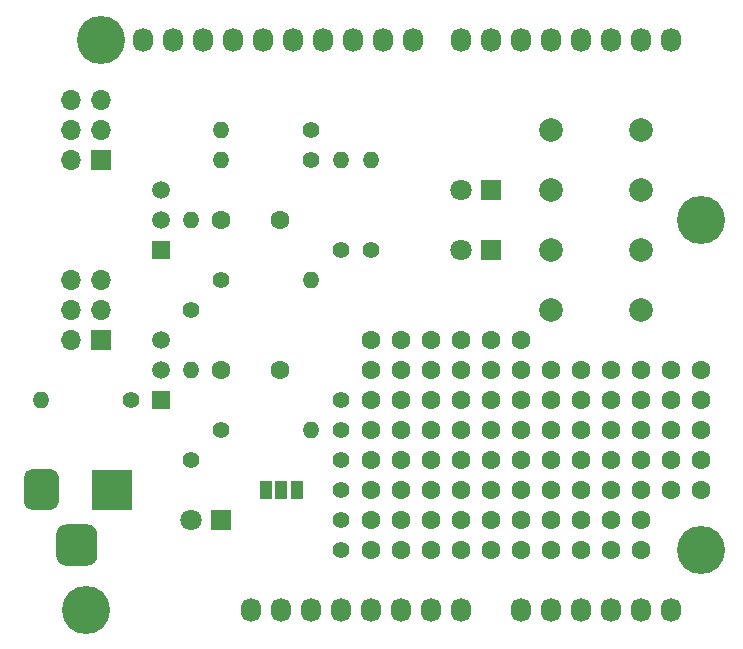
<source format=gts>
%TF.GenerationSoftware,KiCad,Pcbnew,(5.1.6)-1*%
%TF.CreationDate,2020-05-24T17:59:59+09:00*%
%TF.ProjectId,BeadsEe,42656164-7345-4652-9e6b-696361645f70,Rev.1.0*%
%TF.SameCoordinates,Original*%
%TF.FileFunction,Soldermask,Top*%
%TF.FilePolarity,Negative*%
%FSLAX46Y46*%
G04 Gerber Fmt 4.6, Leading zero omitted, Abs format (unit mm)*
G04 Created by KiCad (PCBNEW (5.1.6)-1) date 2020-05-24 17:59:59*
%MOMM*%
%LPD*%
G01*
G04 APERTURE LIST*
%ADD10C,1.600000*%
%ADD11C,1.400000*%
%ADD12O,1.400000X1.400000*%
%ADD13C,1.800000*%
%ADD14R,1.800000X1.800000*%
%ADD15R,1.500000X1.500000*%
%ADD16C,1.500000*%
%ADD17C,2.000000*%
%ADD18O,1.700000X1.700000*%
%ADD19R,1.700000X1.700000*%
%ADD20R,1.000000X1.500000*%
%ADD21R,3.500000X3.500000*%
%ADD22O,1.727200X2.032000*%
%ADD23C,4.064000*%
G04 APERTURE END LIST*
D10*
%TO.C,TP4*%
X177038000Y-113665000D03*
%TD*%
%TO.C,TP4*%
X174498000Y-113665000D03*
%TD*%
%TO.C,TP4*%
X171958000Y-113665000D03*
%TD*%
%TO.C,TP4*%
X177038000Y-111125000D03*
%TD*%
%TO.C,TP4*%
X174498000Y-111125000D03*
%TD*%
%TO.C,TP4*%
X171958000Y-111125000D03*
%TD*%
%TO.C,TP4*%
X177038000Y-108585000D03*
%TD*%
%TO.C,TP4*%
X174498000Y-108585000D03*
%TD*%
%TO.C,TP4*%
X171958000Y-108585000D03*
%TD*%
%TO.C,TP4*%
X177038000Y-106045000D03*
%TD*%
%TO.C,TP4*%
X174498000Y-106045000D03*
%TD*%
%TO.C,TP4*%
X171958000Y-106045000D03*
%TD*%
%TO.C,TP4*%
X177038000Y-103505000D03*
%TD*%
%TO.C,TP4*%
X174498000Y-103505000D03*
%TD*%
%TO.C,TP4*%
X171958000Y-118745000D03*
%TD*%
%TO.C,TP4*%
X169418000Y-118745000D03*
%TD*%
%TO.C,TP4*%
X166878000Y-118745000D03*
%TD*%
%TO.C,TP4*%
X164338000Y-118745000D03*
%TD*%
%TO.C,TP4*%
X171958000Y-116205000D03*
%TD*%
%TO.C,TP4*%
X169418000Y-116205000D03*
%TD*%
%TO.C,TP4*%
X166878000Y-116205000D03*
%TD*%
%TO.C,TP4*%
X164338000Y-116205000D03*
%TD*%
%TO.C,TP4*%
X169418000Y-113665000D03*
%TD*%
%TO.C,TP4*%
X166878000Y-113665000D03*
%TD*%
%TO.C,TP4*%
X164338000Y-113665000D03*
%TD*%
%TO.C,TP4*%
X169418000Y-111125000D03*
%TD*%
%TO.C,TP4*%
X166878000Y-111125000D03*
%TD*%
%TO.C,TP4*%
X164338000Y-111125000D03*
%TD*%
%TO.C,TP4*%
X169418000Y-108585000D03*
%TD*%
%TO.C,TP4*%
X166878000Y-108585000D03*
%TD*%
%TO.C,TP4*%
X164338000Y-108585000D03*
%TD*%
%TO.C,TP4*%
X169418000Y-106045000D03*
%TD*%
%TO.C,TP4*%
X166878000Y-106045000D03*
%TD*%
%TO.C,TP4*%
X164338000Y-106045000D03*
%TD*%
%TO.C,TP4*%
X171958000Y-103505000D03*
%TD*%
%TO.C,TP4*%
X169418000Y-103505000D03*
%TD*%
%TO.C,TP4*%
X166878000Y-103505000D03*
%TD*%
%TO.C,TP4*%
X164338000Y-103505000D03*
%TD*%
%TO.C,TP4*%
X149098000Y-100965000D03*
%TD*%
%TO.C,TP4*%
X161798000Y-118745000D03*
%TD*%
%TO.C,TP4*%
X159258000Y-118745000D03*
%TD*%
%TO.C,TP4*%
X156718000Y-118745000D03*
%TD*%
%TO.C,TP4*%
X154178000Y-118745000D03*
%TD*%
%TO.C,TP4*%
X151638000Y-118745000D03*
%TD*%
%TO.C,TP4*%
X149098000Y-118745000D03*
%TD*%
%TO.C,TP4*%
X161798000Y-116205000D03*
%TD*%
%TO.C,TP4*%
X159258000Y-116205000D03*
%TD*%
%TO.C,TP4*%
X156718000Y-116205000D03*
%TD*%
%TO.C,TP4*%
X154178000Y-116205000D03*
%TD*%
%TO.C,TP4*%
X151638000Y-116205000D03*
%TD*%
%TO.C,TP4*%
X149098000Y-116205000D03*
%TD*%
%TO.C,TP4*%
X161798000Y-113665000D03*
%TD*%
%TO.C,TP4*%
X159258000Y-113665000D03*
%TD*%
%TO.C,TP4*%
X156718000Y-113665000D03*
%TD*%
%TO.C,TP4*%
X154178000Y-113665000D03*
%TD*%
%TO.C,TP4*%
X151638000Y-113665000D03*
%TD*%
%TO.C,TP4*%
X149098000Y-113665000D03*
%TD*%
%TO.C,TP4*%
X161798000Y-111125000D03*
%TD*%
%TO.C,TP4*%
X159258000Y-111125000D03*
%TD*%
%TO.C,TP4*%
X156718000Y-111125000D03*
%TD*%
%TO.C,TP4*%
X154178000Y-111125000D03*
%TD*%
%TO.C,TP4*%
X151638000Y-111125000D03*
%TD*%
%TO.C,TP4*%
X149098000Y-111125000D03*
%TD*%
%TO.C,TP4*%
X161798000Y-108585000D03*
%TD*%
%TO.C,TP4*%
X159258000Y-108585000D03*
%TD*%
%TO.C,TP4*%
X156718000Y-108585000D03*
%TD*%
%TO.C,TP4*%
X154178000Y-108585000D03*
%TD*%
%TO.C,TP4*%
X151638000Y-108585000D03*
%TD*%
%TO.C,TP4*%
X149098000Y-108585000D03*
%TD*%
%TO.C,TP4*%
X161798000Y-106045000D03*
%TD*%
%TO.C,TP4*%
X159258000Y-106045000D03*
%TD*%
%TO.C,TP4*%
X156718000Y-106045000D03*
%TD*%
%TO.C,TP4*%
X154178000Y-106045000D03*
%TD*%
%TO.C,TP4*%
X151638000Y-106045000D03*
%TD*%
%TO.C,TP4*%
X149098000Y-106045000D03*
%TD*%
%TO.C,TP4*%
X161798000Y-103505000D03*
%TD*%
%TO.C,TP4*%
X159258000Y-103505000D03*
%TD*%
%TO.C,TP4*%
X156718000Y-103505000D03*
%TD*%
%TO.C,TP4*%
X154178000Y-103505000D03*
%TD*%
%TO.C,TP4*%
X151638000Y-103505000D03*
%TD*%
%TO.C,TP4*%
X149098000Y-103505000D03*
%TD*%
%TO.C,TP4*%
X161798000Y-100965000D03*
%TD*%
%TO.C,TP4*%
X159258000Y-100965000D03*
%TD*%
%TO.C,TP4*%
X156718000Y-100965000D03*
%TD*%
%TO.C,TP4*%
X154178000Y-100965000D03*
%TD*%
%TO.C,TP4*%
X151638000Y-100965000D03*
%TD*%
D11*
%TO.C,TP1*%
X146558000Y-111125000D03*
X146558000Y-113665000D03*
%TD*%
%TO.C,TP3*%
X146558000Y-106045000D03*
X146558000Y-108585000D03*
%TD*%
%TO.C,TP2*%
X146558000Y-116205000D03*
X146558000Y-118745000D03*
%TD*%
D12*
%TO.C,R9*%
X121158000Y-106045000D03*
D11*
X128778000Y-106045000D03*
%TD*%
D13*
%TO.C,D3*%
X133858000Y-116205000D03*
D14*
X136398000Y-116205000D03*
%TD*%
D15*
%TO.C,Q2*%
X131318000Y-93345000D03*
D16*
X131318000Y-88265000D03*
X131318000Y-90805000D03*
%TD*%
D15*
%TO.C,Q1*%
X131318000Y-106045000D03*
D16*
X131318000Y-100965000D03*
X131318000Y-103505000D03*
%TD*%
D17*
%TO.C,SW2*%
X171958000Y-93345000D03*
X171958000Y-98425000D03*
X164338000Y-93345000D03*
X164338000Y-98425000D03*
%TD*%
%TO.C,SW1*%
X171958000Y-83185000D03*
X171958000Y-88265000D03*
X164338000Y-83185000D03*
X164338000Y-88265000D03*
%TD*%
D12*
%TO.C,R8*%
X136398000Y-85725000D03*
D11*
X144018000Y-85725000D03*
%TD*%
D12*
%TO.C,R7*%
X136398000Y-83185000D03*
D11*
X144018000Y-83185000D03*
%TD*%
D12*
%TO.C,R6*%
X133858000Y-90805000D03*
D11*
X133858000Y-98425000D03*
%TD*%
D12*
%TO.C,R5*%
X133858000Y-103505000D03*
D11*
X133858000Y-111125000D03*
%TD*%
D12*
%TO.C,R4*%
X144018000Y-95885000D03*
D11*
X136398000Y-95885000D03*
%TD*%
D12*
%TO.C,R3*%
X144018000Y-108585000D03*
D11*
X136398000Y-108585000D03*
%TD*%
D12*
%TO.C,R2*%
X149098000Y-85725000D03*
D11*
X149098000Y-93345000D03*
%TD*%
D12*
%TO.C,R1*%
X146558000Y-85725000D03*
D11*
X146558000Y-93345000D03*
%TD*%
D18*
%TO.C,J4*%
X123698000Y-80645000D03*
X126238000Y-80645000D03*
X123698000Y-83185000D03*
X126238000Y-83185000D03*
X123698000Y-85725000D03*
D19*
X126238000Y-85725000D03*
%TD*%
D20*
%TO.C,J3*%
X142778000Y-113665000D03*
X141478000Y-113665000D03*
X140178000Y-113665000D03*
%TD*%
%TO.C,J2*%
G36*
G01*
X122408000Y-119240000D02*
X122408000Y-117490000D01*
G75*
G02*
X123283000Y-116615000I875000J0D01*
G01*
X125033000Y-116615000D01*
G75*
G02*
X125908000Y-117490000I0J-875000D01*
G01*
X125908000Y-119240000D01*
G75*
G02*
X125033000Y-120115000I-875000J0D01*
G01*
X123283000Y-120115000D01*
G75*
G02*
X122408000Y-119240000I0J875000D01*
G01*
G37*
G36*
G01*
X119658000Y-114665000D02*
X119658000Y-112665000D01*
G75*
G02*
X120408000Y-111915000I750000J0D01*
G01*
X121908000Y-111915000D01*
G75*
G02*
X122658000Y-112665000I0J-750000D01*
G01*
X122658000Y-114665000D01*
G75*
G02*
X121908000Y-115415000I-750000J0D01*
G01*
X120408000Y-115415000D01*
G75*
G02*
X119658000Y-114665000I0J750000D01*
G01*
G37*
D21*
X127158000Y-113665000D03*
%TD*%
D18*
%TO.C,J1*%
X123698000Y-95885000D03*
X126238000Y-95885000D03*
X123698000Y-98425000D03*
X126238000Y-98425000D03*
X123698000Y-100965000D03*
D19*
X126238000Y-100965000D03*
%TD*%
D13*
%TO.C,D2*%
X156718000Y-88265000D03*
D14*
X159258000Y-88265000D03*
%TD*%
D13*
%TO.C,D1*%
X156718000Y-93345000D03*
D14*
X159258000Y-93345000D03*
%TD*%
D10*
%TO.C,C2*%
X141398000Y-90805000D03*
X136398000Y-90805000D03*
%TD*%
%TO.C,C1*%
X141398000Y-103505000D03*
X136398000Y-103505000D03*
%TD*%
D22*
%TO.C,P1*%
X138938000Y-123825000D03*
X141478000Y-123825000D03*
X144018000Y-123825000D03*
X146558000Y-123825000D03*
X149098000Y-123825000D03*
X151638000Y-123825000D03*
X154178000Y-123825000D03*
X156718000Y-123825000D03*
%TD*%
%TO.C,P2*%
X161798000Y-123825000D03*
X164338000Y-123825000D03*
X166878000Y-123825000D03*
X169418000Y-123825000D03*
X171958000Y-123825000D03*
X174498000Y-123825000D03*
%TD*%
%TO.C,P3*%
X129794000Y-75565000D03*
X132334000Y-75565000D03*
X134874000Y-75565000D03*
X137414000Y-75565000D03*
X139954000Y-75565000D03*
X142494000Y-75565000D03*
X145034000Y-75565000D03*
X147574000Y-75565000D03*
X150114000Y-75565000D03*
X152654000Y-75565000D03*
%TD*%
%TO.C,P4*%
X156718000Y-75565000D03*
X159258000Y-75565000D03*
X161798000Y-75565000D03*
X164338000Y-75565000D03*
X166878000Y-75565000D03*
X169418000Y-75565000D03*
X171958000Y-75565000D03*
X174498000Y-75565000D03*
%TD*%
D23*
%TO.C,P5*%
X124968000Y-123825000D03*
%TD*%
%TO.C,P6*%
X177038000Y-118745000D03*
%TD*%
%TO.C,P7*%
X126238000Y-75565000D03*
%TD*%
%TO.C,P8*%
X177038000Y-90805000D03*
%TD*%
M02*

</source>
